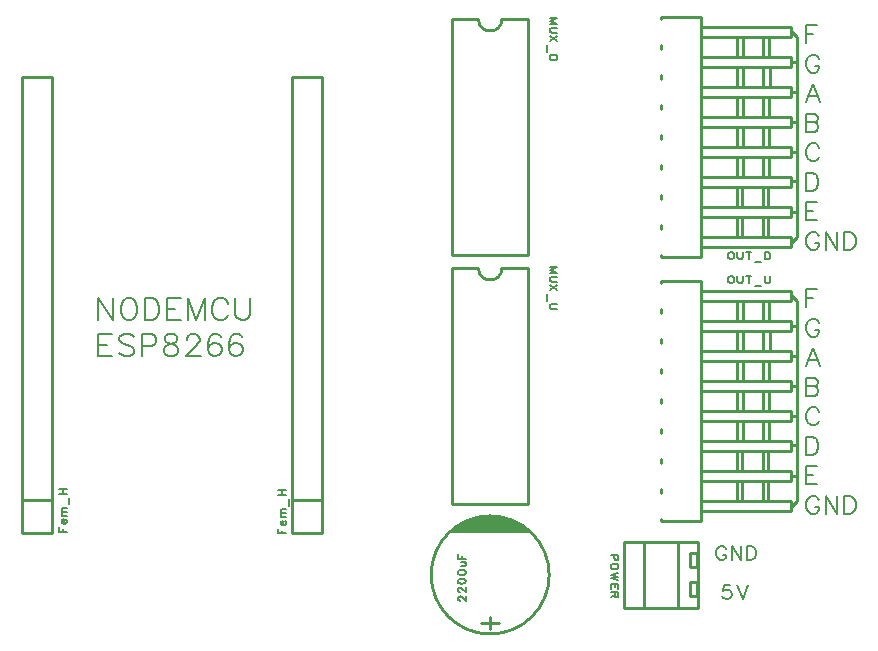
<source format=gto>
G04 Layer: TopSilkscreenLayer*
G04 EasyEDA Pro v2.2.35.2, 2025-01-23 15:21:14*
G04 Gerber Generator version 0.3*
G04 Scale: 100 percent, Rotated: No, Reflected: No*
G04 Dimensions in millimeters*
G04 Leading zeros omitted, absolute positions, 4 integers and 5 decimals*
%FSLAX45Y45*%
%MOMM*%
%ADD10C,0.203*%
%ADD11C,0.1524*%
%ADD12C,0.254*%
G75*


G04 Text Start*
G54D10*
G01X670560Y-2382520D02*
G01X670560Y-2569210D01*
G01X670560Y-2382520D02*
G01X795020Y-2569210D01*
G01X795020Y-2382520D02*
G01X795020Y-2569210D01*
G01X911352Y-2382520D02*
G01X893572Y-2391410D01*
G01X875792Y-2409190D01*
G01X866902Y-2426970D01*
G01X858012Y-2453640D01*
G01X858012Y-2498090D01*
G01X866902Y-2524760D01*
G01X875792Y-2542540D01*
G01X893572Y-2560320D01*
G01X911352Y-2569210D01*
G01X946912Y-2569210D01*
G01X964692Y-2560320D01*
G01X982472Y-2542540D01*
G01X991362Y-2524760D01*
G01X1000252Y-2498090D01*
G01X1000252Y-2453640D01*
G01X991362Y-2426970D01*
G01X982472Y-2409190D01*
G01X964692Y-2391410D01*
G01X946912Y-2382520D01*
G01X911352Y-2382520D01*
G01X1063244Y-2382520D02*
G01X1063244Y-2569210D01*
G01X1063244Y-2382520D02*
G01X1125474Y-2382520D01*
G01X1152144Y-2391410D01*
G01X1169924Y-2409190D01*
G01X1178814Y-2426970D01*
G01X1187704Y-2453640D01*
G01X1187704Y-2498090D01*
G01X1178814Y-2524760D01*
G01X1169924Y-2542540D01*
G01X1152144Y-2560320D01*
G01X1125474Y-2569210D01*
G01X1063244Y-2569210D01*
G01X1250696Y-2382520D02*
G01X1250696Y-2569210D01*
G01X1250696Y-2382520D02*
G01X1366266Y-2382520D01*
G01X1250696Y-2471420D02*
G01X1321816Y-2471420D01*
G01X1250696Y-2569210D02*
G01X1366266Y-2569210D01*
G01X1429258Y-2382520D02*
G01X1429258Y-2569210D01*
G01X1429258Y-2382520D02*
G01X1500378Y-2569210D01*
G01X1571498Y-2382520D02*
G01X1500378Y-2569210D01*
G01X1571498Y-2382520D02*
G01X1571498Y-2569210D01*
G01X1767840Y-2426970D02*
G01X1758950Y-2409190D01*
G01X1741170Y-2391410D01*
G01X1723390Y-2382520D01*
G01X1687830Y-2382520D01*
G01X1670050Y-2391410D01*
G01X1652270Y-2409190D01*
G01X1643380Y-2426970D01*
G01X1634490Y-2453640D01*
G01X1634490Y-2498090D01*
G01X1643380Y-2524760D01*
G01X1652270Y-2542540D01*
G01X1670050Y-2560320D01*
G01X1687830Y-2569210D01*
G01X1723390Y-2569210D01*
G01X1741170Y-2560320D01*
G01X1758950Y-2542540D01*
G01X1767840Y-2524760D01*
G01X1830832Y-2382520D02*
G01X1830832Y-2515870D01*
G01X1839722Y-2542540D01*
G01X1857502Y-2560320D01*
G01X1884172Y-2569210D01*
G01X1901952Y-2569210D01*
G01X1928622Y-2560320D01*
G01X1946402Y-2542540D01*
G01X1955292Y-2515870D01*
G01X1955292Y-2382520D01*
G01X670560Y-2687320D02*
G01X670560Y-2874010D01*
G01X670560Y-2687320D02*
G01X786130Y-2687320D01*
G01X670560Y-2776220D02*
G01X741680Y-2776220D01*
G01X670560Y-2874010D02*
G01X786130Y-2874010D01*
G01X973582Y-2713990D02*
G01X955802Y-2696210D01*
G01X929132Y-2687320D01*
G01X893572Y-2687320D01*
G01X866902Y-2696210D01*
G01X849122Y-2713990D01*
G01X849122Y-2731770D01*
G01X858012Y-2749550D01*
G01X866902Y-2758440D01*
G01X884682Y-2767330D01*
G01X938022Y-2785110D01*
G01X955802Y-2794000D01*
G01X964692Y-2802890D01*
G01X973582Y-2820670D01*
G01X973582Y-2847340D01*
G01X955802Y-2865120D01*
G01X929132Y-2874010D01*
G01X893572Y-2874010D01*
G01X866902Y-2865120D01*
G01X849122Y-2847340D01*
G01X1036574Y-2687320D02*
G01X1036574Y-2874010D01*
G01X1036574Y-2687320D02*
G01X1116584Y-2687320D01*
G01X1143254Y-2696210D01*
G01X1152144Y-2705100D01*
G01X1161034Y-2722880D01*
G01X1161034Y-2749550D01*
G01X1152144Y-2767330D01*
G01X1143254Y-2776220D01*
G01X1116584Y-2785110D01*
G01X1036574Y-2785110D01*
G01X1268476Y-2687320D02*
G01X1241806Y-2696210D01*
G01X1232916Y-2713990D01*
G01X1232916Y-2731770D01*
G01X1241806Y-2749550D01*
G01X1259586Y-2758440D01*
G01X1295146Y-2767330D01*
G01X1321816Y-2776220D01*
G01X1339596Y-2794000D01*
G01X1348486Y-2811780D01*
G01X1348486Y-2838450D01*
G01X1339596Y-2856230D01*
G01X1330706Y-2865120D01*
G01X1304036Y-2874010D01*
G01X1268476Y-2874010D01*
G01X1241806Y-2865120D01*
G01X1232916Y-2856230D01*
G01X1224026Y-2838450D01*
G01X1224026Y-2811780D01*
G01X1232916Y-2794000D01*
G01X1250696Y-2776220D01*
G01X1277366Y-2767330D01*
G01X1312926Y-2758440D01*
G01X1330706Y-2749550D01*
G01X1339596Y-2731770D01*
G01X1339596Y-2713990D01*
G01X1330706Y-2696210D01*
G01X1304036Y-2687320D01*
G01X1268476Y-2687320D01*
G01X1420368Y-2731770D02*
G01X1420368Y-2722880D01*
G01X1429258Y-2705100D01*
G01X1438148Y-2696210D01*
G01X1455928Y-2687320D01*
G01X1491488Y-2687320D01*
G01X1509268Y-2696210D01*
G01X1518158Y-2705100D01*
G01X1527048Y-2722880D01*
G01X1527048Y-2740660D01*
G01X1518158Y-2758440D01*
G01X1500378Y-2785110D01*
G01X1411478Y-2874010D01*
G01X1535938Y-2874010D01*
G01X1705610Y-2713990D02*
G01X1696720Y-2696210D01*
G01X1670050Y-2687320D01*
G01X1652270Y-2687320D01*
G01X1625600Y-2696210D01*
G01X1607820Y-2722880D01*
G01X1598930Y-2767330D01*
G01X1598930Y-2811780D01*
G01X1607820Y-2847340D01*
G01X1625600Y-2865120D01*
G01X1652270Y-2874010D01*
G01X1661160Y-2874010D01*
G01X1687830Y-2865120D01*
G01X1705610Y-2847340D01*
G01X1714500Y-2820670D01*
G01X1714500Y-2811780D01*
G01X1705610Y-2785110D01*
G01X1687830Y-2767330D01*
G01X1661160Y-2758440D01*
G01X1652270Y-2758440D01*
G01X1625600Y-2767330D01*
G01X1607820Y-2785110D01*
G01X1598930Y-2811780D01*
G01X1884172Y-2713990D02*
G01X1875282Y-2696210D01*
G01X1848612Y-2687320D01*
G01X1830832Y-2687320D01*
G01X1804162Y-2696210D01*
G01X1786382Y-2722880D01*
G01X1777492Y-2767330D01*
G01X1777492Y-2811780D01*
G01X1786382Y-2847340D01*
G01X1804162Y-2865120D01*
G01X1830832Y-2874010D01*
G01X1839722Y-2874010D01*
G01X1866392Y-2865120D01*
G01X1884172Y-2847340D01*
G01X1893062Y-2820670D01*
G01X1893062Y-2811780D01*
G01X1884172Y-2785110D01*
G01X1866392Y-2767330D01*
G01X1839722Y-2758440D01*
G01X1830832Y-2758440D01*
G01X1804162Y-2767330D01*
G01X1786382Y-2785110D01*
G01X1777492Y-2811780D01*
G01X6021070Y-4811014D02*
G01X5964936Y-4811014D01*
G01X5959348Y-4861560D01*
G01X5964936Y-4855972D01*
G01X5981954Y-4850384D01*
G01X5998718Y-4850384D01*
G01X6015482Y-4855972D01*
G01X6026658Y-4867148D01*
G01X6032246Y-4883912D01*
G01X6032246Y-4895342D01*
G01X6026658Y-4912106D01*
G01X6015482Y-4923282D01*
G01X5998718Y-4928870D01*
G01X5981954Y-4928870D01*
G01X5964936Y-4923282D01*
G01X5959348Y-4917694D01*
G01X5953760Y-4906518D01*
G01X6079490Y-4811014D02*
G01X6124448Y-4928870D01*
G01X6169406Y-4811014D02*
G01X6124448Y-4928870D01*
G01X5987288Y-4509008D02*
G01X5981446Y-4497578D01*
G01X5970270Y-4486402D01*
G01X5959094Y-4480814D01*
G01X5936742Y-4480814D01*
G01X5925312Y-4486402D01*
G01X5914136Y-4497578D01*
G01X5908548Y-4509008D01*
G01X5902960Y-4525772D01*
G01X5902960Y-4553712D01*
G01X5908548Y-4570730D01*
G01X5914136Y-4581906D01*
G01X5925312Y-4593082D01*
G01X5936742Y-4598670D01*
G01X5959094Y-4598670D01*
G01X5970270Y-4593082D01*
G01X5981446Y-4581906D01*
G01X5987288Y-4570730D01*
G01X5987288Y-4553712D01*
G01X5959094Y-4553712D02*
G01X5987288Y-4553712D01*
G01X6034532Y-4480814D02*
G01X6034532Y-4598670D01*
G01X6034532Y-4480814D02*
G01X6113272Y-4598670D01*
G01X6113272Y-4480814D02*
G01X6113272Y-4598670D01*
G01X6160516Y-4480814D02*
G01X6160516Y-4598670D01*
G01X6160516Y-4480814D02*
G01X6199886Y-4480814D01*
G01X6216650Y-4486402D01*
G01X6227826Y-4497578D01*
G01X6233414Y-4509008D01*
G01X6239256Y-4525772D01*
G01X6239256Y-4553712D01*
G01X6233414Y-4570730D01*
G01X6227826Y-4581906D01*
G01X6216650Y-4593082D01*
G01X6199886Y-4598670D01*
G01X6160516Y-4598670D01*
G01X6664960Y-70926D02*
G01X6664960Y-221548D01*
G01X6664960Y-70926D02*
G01X6758178Y-70926D01*
G01X6664960Y-142554D02*
G01X6722364Y-142554D01*
G01X6772656Y-356676D02*
G01X6765544Y-342452D01*
G01X6751066Y-327974D01*
G01X6736842Y-320862D01*
G01X6708140Y-320862D01*
G01X6693662Y-327974D01*
G01X6679184Y-342452D01*
G01X6672072Y-356676D01*
G01X6664960Y-378266D01*
G01X6664960Y-414080D01*
G01X6672072Y-435670D01*
G01X6679184Y-450148D01*
G01X6693662Y-464372D01*
G01X6708140Y-471484D01*
G01X6736842Y-471484D01*
G01X6751066Y-464372D01*
G01X6765544Y-450148D01*
G01X6772656Y-435670D01*
G01X6772656Y-414080D01*
G01X6736842Y-414080D02*
G01X6772656Y-414080D01*
G01X6722364Y-570798D02*
G01X6664960Y-721674D01*
G01X6722364Y-570798D02*
G01X6779768Y-721674D01*
G01X6686550Y-671382D02*
G01X6758178Y-671382D01*
G01X6664960Y-820988D02*
G01X6664960Y-971610D01*
G01X6664960Y-820988D02*
G01X6729476Y-820988D01*
G01X6751066Y-828100D01*
G01X6758178Y-835212D01*
G01X6765544Y-849690D01*
G01X6765544Y-863914D01*
G01X6758178Y-878392D01*
G01X6751066Y-885504D01*
G01X6729476Y-892616D01*
G01X6664960Y-892616D02*
G01X6729476Y-892616D01*
G01X6751066Y-899728D01*
G01X6758178Y-907094D01*
G01X6765544Y-921318D01*
G01X6765544Y-942908D01*
G01X6758178Y-957132D01*
G01X6751066Y-964498D01*
G01X6729476Y-971610D01*
G01X6664960Y-971610D01*
G01X6772656Y-1106738D02*
G01X6765544Y-1092514D01*
G01X6751066Y-1078036D01*
G01X6736842Y-1070924D01*
G01X6708140Y-1070924D01*
G01X6693662Y-1078036D01*
G01X6679184Y-1092514D01*
G01X6672072Y-1106738D01*
G01X6664960Y-1128328D01*
G01X6664960Y-1164142D01*
G01X6672072Y-1185732D01*
G01X6679184Y-1199956D01*
G01X6693662Y-1214434D01*
G01X6708140Y-1221546D01*
G01X6736842Y-1221546D01*
G01X6751066Y-1214434D01*
G01X6765544Y-1199956D01*
G01X6772656Y-1185732D01*
G01X6664960Y-1320860D02*
G01X6664960Y-1471482D01*
G01X6664960Y-1320860D02*
G01X6715252Y-1320860D01*
G01X6736842Y-1327972D01*
G01X6751066Y-1342450D01*
G01X6758178Y-1356674D01*
G01X6765544Y-1378264D01*
G01X6765544Y-1414078D01*
G01X6758178Y-1435668D01*
G01X6751066Y-1450146D01*
G01X6736842Y-1464370D01*
G01X6715252Y-1471482D01*
G01X6664960Y-1471482D01*
G01X6664960Y-1570796D02*
G01X6664960Y-1721672D01*
G01X6664960Y-1570796D02*
G01X6758178Y-1570796D01*
G01X6664960Y-1642678D02*
G01X6722364Y-1642678D01*
G01X6664960Y-1721672D02*
G01X6758178Y-1721672D01*
G01X6772656Y-1856800D02*
G01X6765544Y-1842322D01*
G01X6751066Y-1828098D01*
G01X6736842Y-1820986D01*
G01X6708140Y-1820986D01*
G01X6693662Y-1828098D01*
G01X6679184Y-1842322D01*
G01X6672072Y-1856800D01*
G01X6664960Y-1878390D01*
G01X6664960Y-1914204D01*
G01X6672072Y-1935794D01*
G01X6679184Y-1950018D01*
G01X6693662Y-1964496D01*
G01X6708140Y-1971608D01*
G01X6736842Y-1971608D01*
G01X6751066Y-1964496D01*
G01X6765544Y-1950018D01*
G01X6772656Y-1935794D01*
G01X6772656Y-1914204D01*
G01X6736842Y-1914204D02*
G01X6772656Y-1914204D01*
G01X6827520Y-1820986D02*
G01X6827520Y-1971608D01*
G01X6827520Y-1820986D02*
G01X6927850Y-1971608D01*
G01X6927850Y-1820986D02*
G01X6927850Y-1971608D01*
G01X6982714Y-1820986D02*
G01X6982714Y-1971608D01*
G01X6982714Y-1820986D02*
G01X7032752Y-1820986D01*
G01X7054342Y-1828098D01*
G01X7068820Y-1842322D01*
G01X7075932Y-1856800D01*
G01X7083044Y-1878390D01*
G01X7083044Y-1914204D01*
G01X7075932Y-1935794D01*
G01X7068820Y-1950018D01*
G01X7054342Y-1964496D01*
G01X7032752Y-1971608D01*
G01X6982714Y-1971608D01*
G01X6664960Y-2306126D02*
G01X6664960Y-2456748D01*
G01X6664960Y-2306126D02*
G01X6758178Y-2306126D01*
G01X6664960Y-2377754D02*
G01X6722364Y-2377754D01*
G01X6772656Y-2591876D02*
G01X6765544Y-2577652D01*
G01X6751066Y-2563174D01*
G01X6736842Y-2556062D01*
G01X6708140Y-2556062D01*
G01X6693662Y-2563174D01*
G01X6679184Y-2577652D01*
G01X6672072Y-2591876D01*
G01X6664960Y-2613466D01*
G01X6664960Y-2649280D01*
G01X6672072Y-2670870D01*
G01X6679184Y-2685348D01*
G01X6693662Y-2699572D01*
G01X6708140Y-2706684D01*
G01X6736842Y-2706684D01*
G01X6751066Y-2699572D01*
G01X6765544Y-2685348D01*
G01X6772656Y-2670870D01*
G01X6772656Y-2649280D01*
G01X6736842Y-2649280D02*
G01X6772656Y-2649280D01*
G01X6722364Y-2805998D02*
G01X6664960Y-2956874D01*
G01X6722364Y-2805998D02*
G01X6779768Y-2956874D01*
G01X6686550Y-2906582D02*
G01X6758178Y-2906582D01*
G01X6664960Y-3056188D02*
G01X6664960Y-3206810D01*
G01X6664960Y-3056188D02*
G01X6729476Y-3056188D01*
G01X6751066Y-3063300D01*
G01X6758178Y-3070412D01*
G01X6765544Y-3084890D01*
G01X6765544Y-3099114D01*
G01X6758178Y-3113592D01*
G01X6751066Y-3120704D01*
G01X6729476Y-3127816D01*
G01X6664960Y-3127816D02*
G01X6729476Y-3127816D01*
G01X6751066Y-3134928D01*
G01X6758178Y-3142294D01*
G01X6765544Y-3156518D01*
G01X6765544Y-3178108D01*
G01X6758178Y-3192332D01*
G01X6751066Y-3199698D01*
G01X6729476Y-3206810D01*
G01X6664960Y-3206810D01*
G01X6772656Y-3341938D02*
G01X6765544Y-3327714D01*
G01X6751066Y-3313236D01*
G01X6736842Y-3306124D01*
G01X6708140Y-3306124D01*
G01X6693662Y-3313236D01*
G01X6679184Y-3327714D01*
G01X6672072Y-3341938D01*
G01X6664960Y-3363528D01*
G01X6664960Y-3399342D01*
G01X6672072Y-3420932D01*
G01X6679184Y-3435156D01*
G01X6693662Y-3449634D01*
G01X6708140Y-3456746D01*
G01X6736842Y-3456746D01*
G01X6751066Y-3449634D01*
G01X6765544Y-3435156D01*
G01X6772656Y-3420932D01*
G01X6664960Y-3556060D02*
G01X6664960Y-3706682D01*
G01X6664960Y-3556060D02*
G01X6715252Y-3556060D01*
G01X6736842Y-3563172D01*
G01X6751066Y-3577650D01*
G01X6758178Y-3591874D01*
G01X6765544Y-3613464D01*
G01X6765544Y-3649278D01*
G01X6758178Y-3670868D01*
G01X6751066Y-3685346D01*
G01X6736842Y-3699570D01*
G01X6715252Y-3706682D01*
G01X6664960Y-3706682D01*
G01X6664960Y-3805996D02*
G01X6664960Y-3956872D01*
G01X6664960Y-3805996D02*
G01X6758178Y-3805996D01*
G01X6664960Y-3877878D02*
G01X6722364Y-3877878D01*
G01X6664960Y-3956872D02*
G01X6758178Y-3956872D01*
G01X6772656Y-4092000D02*
G01X6765544Y-4077522D01*
G01X6751066Y-4063298D01*
G01X6736842Y-4056186D01*
G01X6708140Y-4056186D01*
G01X6693662Y-4063298D01*
G01X6679184Y-4077522D01*
G01X6672072Y-4092000D01*
G01X6664960Y-4113590D01*
G01X6664960Y-4149404D01*
G01X6672072Y-4170994D01*
G01X6679184Y-4185218D01*
G01X6693662Y-4199696D01*
G01X6708140Y-4206808D01*
G01X6736842Y-4206808D01*
G01X6751066Y-4199696D01*
G01X6765544Y-4185218D01*
G01X6772656Y-4170994D01*
G01X6772656Y-4149404D01*
G01X6736842Y-4149404D02*
G01X6772656Y-4149404D01*
G01X6827520Y-4056186D02*
G01X6827520Y-4206808D01*
G01X6827520Y-4056186D02*
G01X6927850Y-4206808D01*
G01X6927850Y-4056186D02*
G01X6927850Y-4206808D01*
G01X6982714Y-4056186D02*
G01X6982714Y-4206808D01*
G01X6982714Y-4056186D02*
G01X7032752Y-4056186D01*
G01X7054342Y-4063298D01*
G01X7068820Y-4077522D01*
G01X7075932Y-4092000D01*
G01X7083044Y-4113590D01*
G01X7083044Y-4149404D01*
G01X7075932Y-4170994D01*
G01X7068820Y-4185218D01*
G01X7054342Y-4199696D01*
G01X7032752Y-4206808D01*
G01X6982714Y-4206808D01*
G54D11*
G01X337566Y-4361180D02*
G01X402590Y-4361180D01*
G01X337566Y-4361180D02*
G01X337566Y-4321048D01*
G01X368554Y-4361180D02*
G01X368554Y-4336288D01*
G01X377698Y-4290822D02*
G01X377698Y-4253738D01*
G01X371602Y-4253738D01*
G01X365252Y-4256786D01*
G01X362204Y-4260088D01*
G01X359156Y-4266184D01*
G01X359156Y-4275582D01*
G01X362204Y-4281678D01*
G01X368554Y-4287774D01*
G01X377698Y-4290822D01*
G01X384048Y-4290822D01*
G01X393192Y-4287774D01*
G01X399542Y-4281678D01*
G01X402590Y-4275582D01*
G01X402590Y-4266184D01*
G01X399542Y-4260088D01*
G01X393192Y-4253738D01*
G01X359156Y-4223512D02*
G01X402590Y-4223512D01*
G01X371602Y-4223512D02*
G01X362204Y-4214368D01*
G01X359156Y-4208272D01*
G01X359156Y-4198874D01*
G01X362204Y-4192778D01*
G01X371602Y-4189476D01*
G01X402590Y-4189476D01*
G01X371602Y-4189476D02*
G01X362204Y-4180332D01*
G01X359156Y-4173982D01*
G01X359156Y-4164838D01*
G01X362204Y-4158742D01*
G01X371602Y-4155440D01*
G01X402590Y-4155440D01*
G01X424180Y-4125214D02*
G01X424180Y-4069588D01*
G01X337566Y-4039362D02*
G01X402590Y-4039362D01*
G01X337566Y-3996182D02*
G01X402590Y-3996182D01*
G01X368554Y-4039362D02*
G01X368554Y-3996182D01*
G01X2193768Y-4373476D02*
G01X2258792Y-4373476D01*
G01X2193768Y-4373476D02*
G01X2193768Y-4333344D01*
G01X2224756Y-4373476D02*
G01X2224756Y-4348584D01*
G01X2233900Y-4303118D02*
G01X2233900Y-4266034D01*
G01X2227804Y-4266034D01*
G01X2221454Y-4269082D01*
G01X2218406Y-4272384D01*
G01X2215358Y-4278480D01*
G01X2215358Y-4287878D01*
G01X2218406Y-4293974D01*
G01X2224756Y-4300070D01*
G01X2233900Y-4303118D01*
G01X2240250Y-4303118D01*
G01X2249394Y-4300070D01*
G01X2255744Y-4293974D01*
G01X2258792Y-4287878D01*
G01X2258792Y-4278480D01*
G01X2255744Y-4272384D01*
G01X2249394Y-4266034D01*
G01X2215358Y-4235808D02*
G01X2258792Y-4235808D01*
G01X2227804Y-4235808D02*
G01X2218406Y-4226664D01*
G01X2215358Y-4220568D01*
G01X2215358Y-4211170D01*
G01X2218406Y-4205074D01*
G01X2227804Y-4201772D01*
G01X2258792Y-4201772D01*
G01X2227804Y-4201772D02*
G01X2218406Y-4192628D01*
G01X2215358Y-4186278D01*
G01X2215358Y-4177134D01*
G01X2218406Y-4171038D01*
G01X2227804Y-4167736D01*
G01X2258792Y-4167736D01*
G01X2280382Y-4137510D02*
G01X2280382Y-4081884D01*
G01X2193768Y-4051658D02*
G01X2258792Y-4051658D01*
G01X2193768Y-4008478D02*
G01X2258792Y-4008478D01*
G01X2224756Y-4051658D02*
G01X2224756Y-4008478D01*
G01X4555734Y-10914D02*
G01X4490710Y-10914D01*
G01X4555734Y-10914D02*
G01X4490710Y-35806D01*
G01X4555734Y-60444D02*
G01X4490710Y-35806D01*
G01X4555734Y-60444D02*
G01X4490710Y-60444D01*
G01X4555734Y-90670D02*
G01X4509252Y-90670D01*
G01X4500108Y-93718D01*
G01X4493758Y-99814D01*
G01X4490710Y-109212D01*
G01X4490710Y-115308D01*
G01X4493758Y-124706D01*
G01X4500108Y-130802D01*
G01X4509252Y-133850D01*
G01X4555734Y-133850D01*
G01X4555734Y-164076D02*
G01X4490710Y-207256D01*
G01X4555734Y-207256D02*
G01X4490710Y-164076D01*
G01X4469120Y-237482D02*
G01X4469120Y-293108D01*
G01X4555734Y-323334D02*
G01X4490710Y-323334D01*
G01X4555734Y-323334D02*
G01X4555734Y-344924D01*
G01X4552686Y-354068D01*
G01X4546590Y-360418D01*
G01X4540240Y-363466D01*
G01X4531096Y-366514D01*
G01X4515602Y-366514D01*
G01X4506204Y-363466D01*
G01X4500108Y-360418D01*
G01X4493758Y-354068D01*
G01X4490710Y-344924D01*
G01X4490710Y-323334D01*
G01X4555734Y-2119114D02*
G01X4490710Y-2119114D01*
G01X4555734Y-2119114D02*
G01X4490710Y-2144006D01*
G01X4555734Y-2168644D02*
G01X4490710Y-2144006D01*
G01X4555734Y-2168644D02*
G01X4490710Y-2168644D01*
G01X4555734Y-2198870D02*
G01X4509252Y-2198870D01*
G01X4500108Y-2201918D01*
G01X4493758Y-2208014D01*
G01X4490710Y-2217412D01*
G01X4490710Y-2223508D01*
G01X4493758Y-2232906D01*
G01X4500108Y-2239002D01*
G01X4509252Y-2242050D01*
G01X4555734Y-2242050D01*
G01X4555734Y-2272276D02*
G01X4490710Y-2315456D01*
G01X4555734Y-2315456D02*
G01X4490710Y-2272276D01*
G01X4469120Y-2345682D02*
G01X4469120Y-2401308D01*
G01X4555734Y-2431534D02*
G01X4509252Y-2431534D01*
G01X4500108Y-2434582D01*
G01X4493758Y-2440678D01*
G01X4490710Y-2450076D01*
G01X4490710Y-2456172D01*
G01X4493758Y-2465570D01*
G01X4500108Y-2471666D01*
G01X4509252Y-2474714D01*
G01X4555734Y-2474714D01*
G01X6020562Y-1988566D02*
G01X6014466Y-1991614D01*
G01X6008116Y-1997710D01*
G01X6005068Y-2004060D01*
G01X6002020Y-2013204D01*
G01X6002020Y-2028698D01*
G01X6005068Y-2038096D01*
G01X6008116Y-2044192D01*
G01X6014466Y-2050542D01*
G01X6020562Y-2053590D01*
G01X6033008Y-2053590D01*
G01X6039104Y-2050542D01*
G01X6045454Y-2044192D01*
G01X6048502Y-2038096D01*
G01X6051550Y-2028698D01*
G01X6051550Y-2013204D01*
G01X6048502Y-2004060D01*
G01X6045454Y-1997710D01*
G01X6039104Y-1991614D01*
G01X6033008Y-1988566D01*
G01X6020562Y-1988566D01*
G01X6081776Y-1988566D02*
G01X6081776Y-2035048D01*
G01X6084824Y-2044192D01*
G01X6090920Y-2050542D01*
G01X6100318Y-2053590D01*
G01X6106414Y-2053590D01*
G01X6115812Y-2050542D01*
G01X6121908Y-2044192D01*
G01X6124956Y-2035048D01*
G01X6124956Y-1988566D01*
G01X6176772Y-1988566D02*
G01X6176772Y-2053590D01*
G01X6155182Y-1988566D02*
G01X6198362Y-1988566D01*
G01X6228588Y-2075180D02*
G01X6284214Y-2075180D01*
G01X6314440Y-1988566D02*
G01X6314440Y-2053590D01*
G01X6314440Y-1988566D02*
G01X6336030Y-1988566D01*
G01X6345174Y-1991614D01*
G01X6351524Y-1997710D01*
G01X6354572Y-2004060D01*
G01X6357620Y-2013204D01*
G01X6357620Y-2028698D01*
G01X6354572Y-2038096D01*
G01X6351524Y-2044192D01*
G01X6345174Y-2050542D01*
G01X6336030Y-2053590D01*
G01X6314440Y-2053590D01*
G01X6020562Y-2191766D02*
G01X6014466Y-2194814D01*
G01X6008116Y-2200910D01*
G01X6005068Y-2207260D01*
G01X6002020Y-2216404D01*
G01X6002020Y-2231898D01*
G01X6005068Y-2241296D01*
G01X6008116Y-2247392D01*
G01X6014466Y-2253742D01*
G01X6020562Y-2256790D01*
G01X6033008Y-2256790D01*
G01X6039104Y-2253742D01*
G01X6045454Y-2247392D01*
G01X6048502Y-2241296D01*
G01X6051550Y-2231898D01*
G01X6051550Y-2216404D01*
G01X6048502Y-2207260D01*
G01X6045454Y-2200910D01*
G01X6039104Y-2194814D01*
G01X6033008Y-2191766D01*
G01X6020562Y-2191766D01*
G01X6081776Y-2191766D02*
G01X6081776Y-2238248D01*
G01X6084824Y-2247392D01*
G01X6090920Y-2253742D01*
G01X6100318Y-2256790D01*
G01X6106414Y-2256790D01*
G01X6115812Y-2253742D01*
G01X6121908Y-2247392D01*
G01X6124956Y-2238248D01*
G01X6124956Y-2191766D01*
G01X6176772Y-2191766D02*
G01X6176772Y-2256790D01*
G01X6155182Y-2191766D02*
G01X6198362Y-2191766D01*
G01X6228588Y-2278380D02*
G01X6284214Y-2278380D01*
G01X6314440Y-2191766D02*
G01X6314440Y-2238248D01*
G01X6317488Y-2247392D01*
G01X6323584Y-2253742D01*
G01X6332982Y-2256790D01*
G01X6339078Y-2256790D01*
G01X6348476Y-2253742D01*
G01X6354572Y-2247392D01*
G01X6357620Y-2238248D01*
G01X6357620Y-2191766D01*
G01X5072634Y-4554220D02*
G01X5007610Y-4554220D01*
G01X5072634Y-4554220D02*
G01X5072634Y-4582160D01*
G01X5069586Y-4591304D01*
G01X5066538Y-4594352D01*
G01X5060188Y-4597654D01*
G01X5051044Y-4597654D01*
G01X5044948Y-4594352D01*
G01X5041646Y-4591304D01*
G01X5038598Y-4582160D01*
G01X5038598Y-4554220D01*
G01X5072634Y-4646422D02*
G01X5069586Y-4640072D01*
G01X5063490Y-4633976D01*
G01X5057140Y-4630928D01*
G01X5047996Y-4627880D01*
G01X5032502Y-4627880D01*
G01X5023104Y-4630928D01*
G01X5017008Y-4633976D01*
G01X5010658Y-4640072D01*
G01X5007610Y-4646422D01*
G01X5007610Y-4658614D01*
G01X5010658Y-4664964D01*
G01X5017008Y-4671060D01*
G01X5023104Y-4674108D01*
G01X5032502Y-4677410D01*
G01X5047996Y-4677410D01*
G01X5057140Y-4674108D01*
G01X5063490Y-4671060D01*
G01X5069586Y-4664964D01*
G01X5072634Y-4658614D01*
G01X5072634Y-4646422D01*
G01X5072634Y-4707636D02*
G01X5007610Y-4722876D01*
G01X5072634Y-4738370D02*
G01X5007610Y-4722876D01*
G01X5072634Y-4738370D02*
G01X5007610Y-4753864D01*
G01X5072634Y-4769358D02*
G01X5007610Y-4753864D01*
G01X5072634Y-4799584D02*
G01X5007610Y-4799584D01*
G01X5072634Y-4799584D02*
G01X5072634Y-4839716D01*
G01X5041646Y-4799584D02*
G01X5041646Y-4824222D01*
G01X5007610Y-4799584D02*
G01X5007610Y-4839716D01*
G01X5072634Y-4869942D02*
G01X5007610Y-4869942D01*
G01X5072634Y-4869942D02*
G01X5072634Y-4897628D01*
G01X5069586Y-4907026D01*
G01X5066538Y-4910074D01*
G01X5060188Y-4913122D01*
G01X5054092Y-4913122D01*
G01X5047996Y-4910074D01*
G01X5044948Y-4907026D01*
G01X5041646Y-4897628D01*
G01X5041646Y-4869942D01*
G01X5041646Y-4891532D02*
G01X5007610Y-4913122D01*
G01X3731260Y-4942332D02*
G01X3728212Y-4942332D01*
G01X3721862Y-4939284D01*
G01X3718814Y-4935982D01*
G01X3715766Y-4929886D01*
G01X3715766Y-4917440D01*
G01X3718814Y-4911344D01*
G01X3721862Y-4908296D01*
G01X3728212Y-4905248D01*
G01X3734308Y-4905248D01*
G01X3740404Y-4908296D01*
G01X3749802Y-4914392D01*
G01X3780790Y-4945380D01*
G01X3780790Y-4901946D01*
G01X3731260Y-4868672D02*
G01X3728212Y-4868672D01*
G01X3721862Y-4865624D01*
G01X3718814Y-4862576D01*
G01X3715766Y-4856480D01*
G01X3715766Y-4844034D01*
G01X3718814Y-4837684D01*
G01X3721862Y-4834636D01*
G01X3728212Y-4831588D01*
G01X3734308Y-4831588D01*
G01X3740404Y-4834636D01*
G01X3749802Y-4840986D01*
G01X3780790Y-4871720D01*
G01X3780790Y-4828540D01*
G01X3715766Y-4779772D02*
G01X3718814Y-4789170D01*
G01X3728212Y-4795266D01*
G01X3743452Y-4798314D01*
G01X3752850Y-4798314D01*
G01X3768344Y-4795266D01*
G01X3777742Y-4789170D01*
G01X3780790Y-4779772D01*
G01X3780790Y-4773676D01*
G01X3777742Y-4764278D01*
G01X3768344Y-4758182D01*
G01X3752850Y-4755134D01*
G01X3743452Y-4755134D01*
G01X3728212Y-4758182D01*
G01X3718814Y-4764278D01*
G01X3715766Y-4773676D01*
G01X3715766Y-4779772D01*
G01X3715766Y-4706366D02*
G01X3718814Y-4715764D01*
G01X3728212Y-4721860D01*
G01X3743452Y-4724908D01*
G01X3752850Y-4724908D01*
G01X3768344Y-4721860D01*
G01X3777742Y-4715764D01*
G01X3780790Y-4706366D01*
G01X3780790Y-4700270D01*
G01X3777742Y-4690872D01*
G01X3768344Y-4684776D01*
G01X3752850Y-4681728D01*
G01X3743452Y-4681728D01*
G01X3728212Y-4684776D01*
G01X3718814Y-4690872D01*
G01X3715766Y-4700270D01*
G01X3715766Y-4706366D01*
G01X3737356Y-4651502D02*
G01X3768344Y-4651502D01*
G01X3777742Y-4648454D01*
G01X3780790Y-4642358D01*
G01X3780790Y-4632960D01*
G01X3777742Y-4626864D01*
G01X3768344Y-4617466D01*
G01X3737356Y-4617466D02*
G01X3780790Y-4617466D01*
G01X3715766Y-4587240D02*
G01X3780790Y-4587240D01*
G01X3715766Y-4587240D02*
G01X3715766Y-4547108D01*
G01X3746754Y-4587240D02*
G01X3746754Y-4562602D01*
G04 Text End*

G04 PolygonModel Start*
G54D12*
G01X27402Y-4089400D02*
G01X277401Y-4089400D01*
G01X277401Y-4368396D02*
G01X277401Y-508404D01*
G01X27402Y-4368396D02*
G01X277401Y-4368396D01*
G01X27402Y-508404D02*
G01X27402Y-4368396D01*
G01X277401Y-508404D02*
G01X27402Y-508404D01*
G01X2313402Y-4089400D02*
G01X2563401Y-4089400D01*
G01X2563401Y-4368396D02*
G01X2563401Y-508404D01*
G01X2313402Y-4368396D02*
G01X2563401Y-4368396D01*
G01X2313402Y-508404D02*
G01X2313402Y-4368396D01*
G01X2563401Y-508404D02*
G01X2313402Y-508404D01*
G01X4087622Y-15994D02*
G01X4307611Y-15994D01*
G01X3667813Y-15994D02*
G01X3887803Y-15994D01*
G01X4307789Y-2015988D02*
G01X4307789Y-15994D01*
G01X3667813Y-2015988D02*
G01X3667813Y-15994D01*
G01X3667813Y-2015988D02*
G01X4307789Y-2015988D01*
G01X4087800Y-15994D02*
G02X3887803Y-20996I-99999J-2501D01*
G01X4087622Y-2124194D02*
G01X4307611Y-2124194D01*
G01X3667813Y-2124194D02*
G01X3887803Y-2124194D01*
G01X4307789Y-4124188D02*
G01X4307789Y-2124194D01*
G01X3667813Y-4124188D02*
G01X3667813Y-2124194D01*
G01X3667813Y-4124188D02*
G01X4307789Y-4124188D01*
G01X4087800Y-2124194D02*
G02X3887803Y-2129196I-99999J-2501D01*
G01X5775597Y-84010D02*
G01X6535600Y-84010D01*
G01X6585600Y-1865864D02*
G01X6585600Y-166101D01*
G01X5775599Y-1948843D02*
G01X6535600Y-1948843D01*
G01X5435600Y0D02*
G01X5775599Y0D01*
G01X5775599Y0D02*
G01X5775599Y-2032000D01*
G01X5775599Y-2032000D02*
G01X5435600Y-2032000D01*
G01X6535600Y-84010D02*
G01X6535600Y-172136D01*
G01X6349368Y-334251D02*
G01X6349368Y-172867D01*
G01X6298568Y-334251D02*
G01X6298568Y-172867D01*
G01X6128022Y-334251D02*
G01X6128022Y-172867D01*
G01X6077222Y-334251D02*
G01X6077222Y-172867D01*
G01X5775597Y-172867D02*
G01X6535600Y-172867D01*
G01X6535600Y-127884D02*
G01X6546162Y-127884D01*
G01X6546162Y-127884D02*
G01X6585600Y-167317D01*
G01X5435600Y-13886D02*
G01X5435600Y0D01*
G01X6535600Y-379712D02*
G01X6585600Y-379712D01*
G01X5775597Y-338010D02*
G01X6535600Y-338010D01*
G01X5775597Y-426867D02*
G01X6535600Y-426867D01*
G01X6535600Y-427195D02*
G01X6535600Y-339070D01*
G01X5435600Y-267886D02*
G01X5435600Y-240114D01*
G01X5775599Y-1859986D02*
G01X6535600Y-1859986D01*
G01X6353000Y-592808D02*
G01X6353000Y-427192D01*
G01X6300384Y-592808D02*
G01X6300384Y-427192D01*
G01X6349365Y-843049D02*
G01X6349365Y-681665D01*
G01X6298565Y-843049D02*
G01X6298565Y-681665D01*
G01X6349365Y-1097049D02*
G01X6349365Y-931906D01*
G01X6296757Y-1097049D02*
G01X6296757Y-931906D01*
G01X6345738Y-1352928D02*
G01X6345738Y-1185906D01*
G01X6298565Y-1352928D02*
G01X6298565Y-1185906D01*
G01X6343922Y-1608808D02*
G01X6343922Y-1441785D01*
G01X6296757Y-1608808D02*
G01X6296757Y-1441785D01*
G01X6343922Y-1859986D02*
G01X6343922Y-1697665D01*
G01X6296757Y-1859986D02*
G01X6296757Y-1697665D01*
G01X6131654Y-592808D02*
G01X6131654Y-427195D01*
G01X6079038Y-592808D02*
G01X6079038Y-427195D01*
G01X6128024Y-843046D02*
G01X6128024Y-681665D01*
G01X6077224Y-843046D02*
G01X6077224Y-681665D01*
G01X6128024Y-1097046D02*
G01X6128024Y-931903D01*
G01X6075411Y-1097046D02*
G01X6075411Y-931903D01*
G01X6124395Y-1352928D02*
G01X6124395Y-1185903D01*
G01X6077224Y-1352928D02*
G01X6077224Y-1185903D01*
G01X6122581Y-1608808D02*
G01X6122581Y-1441785D01*
G01X6075411Y-1608808D02*
G01X6075411Y-1441785D01*
G01X6122581Y-1859986D02*
G01X6122581Y-1697665D01*
G01X6075411Y-1859986D02*
G01X6075411Y-1697665D01*
G01X6535600Y-632699D02*
G01X6585600Y-632699D01*
G01X6535600Y-886699D02*
G01X6585600Y-886699D01*
G01X6535600Y-1142512D02*
G01X6585600Y-1142512D01*
G01X6535600Y-1392885D02*
G01X6585600Y-1392885D01*
G01X6535600Y-1650512D02*
G01X6585600Y-1650512D01*
G01X5775597Y-592808D02*
G01X6535600Y-592808D01*
G01X5775597Y-681665D02*
G01X6535600Y-681665D01*
G01X6535600Y-681993D02*
G01X6535600Y-593867D01*
G01X5775597Y-843046D02*
G01X6535600Y-843046D01*
G01X5775597Y-931903D02*
G01X6535600Y-931903D01*
G01X6535600Y-932231D02*
G01X6535600Y-844105D01*
G01X5775597Y-1097046D02*
G01X6535600Y-1097046D01*
G01X5775597Y-1185903D02*
G01X6535600Y-1185903D01*
G01X6535600Y-1186231D02*
G01X6535600Y-1098105D01*
G01X5775597Y-1352928D02*
G01X6535600Y-1352928D01*
G01X5775597Y-1441785D02*
G01X6535600Y-1441785D01*
G01X6535600Y-1442113D02*
G01X6535600Y-1353988D01*
G01X5775597Y-1608808D02*
G01X6535600Y-1608808D01*
G01X5775597Y-1697665D02*
G01X6535600Y-1697665D01*
G01X6535600Y-1697993D02*
G01X6535600Y-1609867D01*
G01X6535600Y-1905300D02*
G01X6546164Y-1905300D01*
G01X6546164Y-1905300D02*
G01X6585600Y-1865864D01*
G01X6535600Y-1949171D02*
G01X6535600Y-1861045D01*
G01X5435600Y-521886D02*
G01X5435600Y-494114D01*
G01X5435600Y-775886D02*
G01X5435600Y-748114D01*
G01X5435600Y-1029886D02*
G01X5435600Y-1002114D01*
G01X5435600Y-1283886D02*
G01X5435600Y-1256114D01*
G01X5435600Y-1537886D02*
G01X5435600Y-1510114D01*
G01X5435600Y-1791886D02*
G01X5435600Y-1764114D01*
G01X5435600Y-2032000D02*
G01X5435600Y-2018114D01*
G01X5775597Y-2319210D02*
G01X6535600Y-2319210D01*
G01X6585600Y-4101064D02*
G01X6585600Y-2401301D01*
G01X5775599Y-4184043D02*
G01X6535600Y-4184043D01*
G01X5435600Y-2235200D02*
G01X5775599Y-2235200D01*
G01X5775599Y-2235200D02*
G01X5775599Y-4267200D01*
G01X5775599Y-4267200D02*
G01X5435600Y-4267200D01*
G01X6535600Y-2319210D02*
G01X6535600Y-2407336D01*
G01X6349368Y-2569451D02*
G01X6349368Y-2408067D01*
G01X6298568Y-2569451D02*
G01X6298568Y-2408067D01*
G01X6128022Y-2569451D02*
G01X6128022Y-2408067D01*
G01X6077222Y-2569451D02*
G01X6077222Y-2408067D01*
G01X5775597Y-2408067D02*
G01X6535600Y-2408067D01*
G01X6535600Y-2363084D02*
G01X6546162Y-2363084D01*
G01X6546162Y-2363084D02*
G01X6585600Y-2402517D01*
G01X5435600Y-2249086D02*
G01X5435600Y-2235200D01*
G01X6535600Y-2614912D02*
G01X6585600Y-2614912D01*
G01X5775597Y-2573210D02*
G01X6535600Y-2573210D01*
G01X5775597Y-2662067D02*
G01X6535600Y-2662067D01*
G01X6535600Y-2662395D02*
G01X6535600Y-2574270D01*
G01X5435600Y-2503086D02*
G01X5435600Y-2475314D01*
G01X5775599Y-4095186D02*
G01X6535600Y-4095186D01*
G01X6353000Y-2828008D02*
G01X6353000Y-2662392D01*
G01X6300384Y-2828008D02*
G01X6300384Y-2662392D01*
G01X6349365Y-3078249D02*
G01X6349365Y-2916865D01*
G01X6298565Y-3078249D02*
G01X6298565Y-2916865D01*
G01X6349365Y-3332249D02*
G01X6349365Y-3167106D01*
G01X6296757Y-3332249D02*
G01X6296757Y-3167106D01*
G01X6345738Y-3588128D02*
G01X6345738Y-3421106D01*
G01X6298565Y-3588128D02*
G01X6298565Y-3421106D01*
G01X6343922Y-3844008D02*
G01X6343922Y-3676985D01*
G01X6296757Y-3844008D02*
G01X6296757Y-3676985D01*
G01X6343922Y-4095186D02*
G01X6343922Y-3932865D01*
G01X6296757Y-4095186D02*
G01X6296757Y-3932865D01*
G01X6131654Y-2828008D02*
G01X6131654Y-2662395D01*
G01X6079038Y-2828008D02*
G01X6079038Y-2662395D01*
G01X6128024Y-3078246D02*
G01X6128024Y-2916865D01*
G01X6077224Y-3078246D02*
G01X6077224Y-2916865D01*
G01X6128024Y-3332246D02*
G01X6128024Y-3167103D01*
G01X6075411Y-3332246D02*
G01X6075411Y-3167103D01*
G01X6124395Y-3588128D02*
G01X6124395Y-3421103D01*
G01X6077224Y-3588128D02*
G01X6077224Y-3421103D01*
G01X6122581Y-3844008D02*
G01X6122581Y-3676985D01*
G01X6075411Y-3844008D02*
G01X6075411Y-3676985D01*
G01X6122581Y-4095186D02*
G01X6122581Y-3932865D01*
G01X6075411Y-4095186D02*
G01X6075411Y-3932865D01*
G01X6535600Y-2867899D02*
G01X6585600Y-2867899D01*
G01X6535600Y-3121899D02*
G01X6585600Y-3121899D01*
G01X6535600Y-3377712D02*
G01X6585600Y-3377712D01*
G01X6535600Y-3628085D02*
G01X6585600Y-3628085D01*
G01X6535600Y-3885712D02*
G01X6585600Y-3885712D01*
G01X5775597Y-2828008D02*
G01X6535600Y-2828008D01*
G01X5775597Y-2916865D02*
G01X6535600Y-2916865D01*
G01X6535600Y-2917193D02*
G01X6535600Y-2829067D01*
G01X5775597Y-3078246D02*
G01X6535600Y-3078246D01*
G01X5775597Y-3167103D02*
G01X6535600Y-3167103D01*
G01X6535600Y-3167431D02*
G01X6535600Y-3079305D01*
G01X5775597Y-3332246D02*
G01X6535600Y-3332246D01*
G01X5775597Y-3421103D02*
G01X6535600Y-3421103D01*
G01X6535600Y-3421431D02*
G01X6535600Y-3333305D01*
G01X5775597Y-3588128D02*
G01X6535600Y-3588128D01*
G01X5775597Y-3676985D02*
G01X6535600Y-3676985D01*
G01X6535600Y-3677313D02*
G01X6535600Y-3589188D01*
G01X5775597Y-3844008D02*
G01X6535600Y-3844008D01*
G01X5775597Y-3932865D02*
G01X6535600Y-3932865D01*
G01X6535600Y-3933193D02*
G01X6535600Y-3845067D01*
G01X6535600Y-4140500D02*
G01X6546164Y-4140500D01*
G01X6546164Y-4140500D02*
G01X6585600Y-4101064D01*
G01X6535600Y-4184371D02*
G01X6535600Y-4096245D01*
G01X5435600Y-2757086D02*
G01X5435600Y-2729314D01*
G01X5435600Y-3011086D02*
G01X5435600Y-2983314D01*
G01X5435600Y-3265086D02*
G01X5435600Y-3237314D01*
G01X5435600Y-3519086D02*
G01X5435600Y-3491314D01*
G01X5435600Y-3773086D02*
G01X5435600Y-3745314D01*
G01X5435600Y-4027086D02*
G01X5435600Y-3999314D01*
G01X5435600Y-4267200D02*
G01X5435600Y-4253314D01*
G01X5749544Y-4446400D02*
G01X5121600Y-4446400D01*
G01X5749544Y-5002400D02*
G01X5121600Y-5002400D01*
G01X5749544Y-5002400D02*
G01X5749544Y-4446400D01*
G01X5291346Y-5002400D02*
G01X5291346Y-4446400D01*
G01X5575112Y-5002400D02*
G01X5575112Y-4446400D01*
G01X5121600Y-5002400D02*
G01X5121600Y-4446400D01*
G01X5740400Y-4540250D02*
G01X5740400Y-4660900D01*
G01X5676900Y-4660900D01*
G01X5676900Y-4540250D01*
G01X5740400Y-4540250D01*
G01X5740400Y-4781550D02*
G01X5740400Y-4902200D01*
G01X5676900Y-4902200D01*
G01X5676900Y-4781550D01*
G01X5740400Y-4781550D01*
G01X3987800Y-5181600D02*
G01X3987800Y-5080000D01*
G01X3911600Y-5130800D02*
G01X4064000Y-5130800D01*
G36*
G01X3632200Y-4368800D02*
G01X4343400Y-4368800D01*
G01X4241800Y-4292600D01*
G01X4089400Y-4241800D01*
G01X3937000Y-4216400D01*
G01X3835400Y-4241800D01*
G01X3632200Y-4368800D01*
G37*

G04 Circle Start*
G01X3487801Y-4724400D02*
G03X4487799Y-4724400I499999J0D01*
G03X3487801Y-4724400I-499999J0D01*
G04 Circle End*

M02*


</source>
